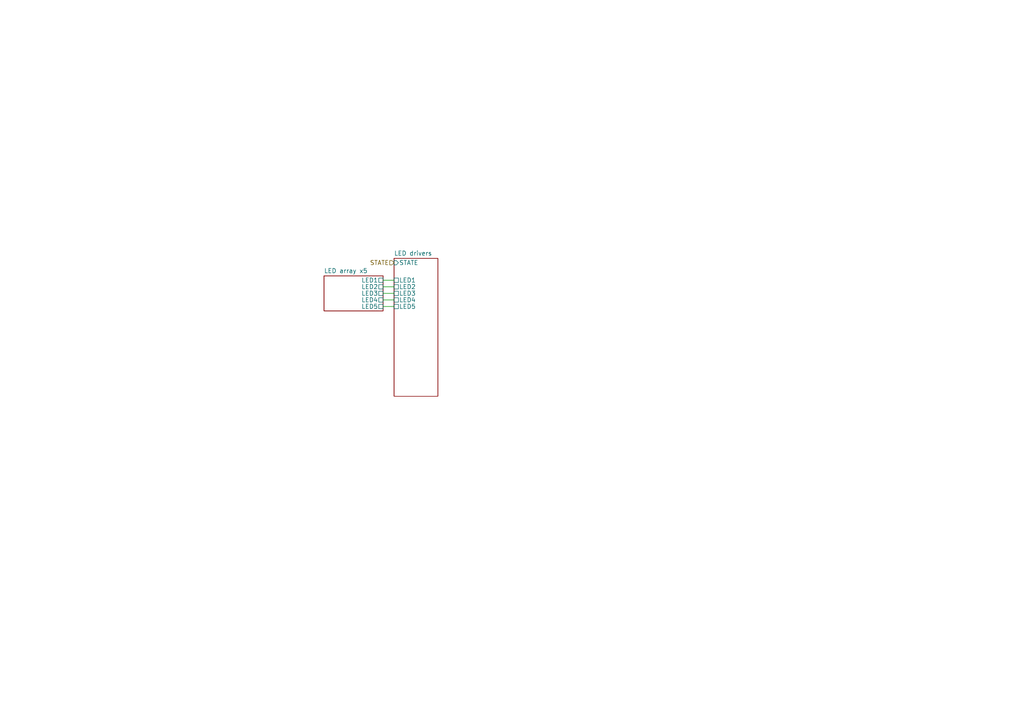
<source format=kicad_sch>
(kicad_sch (version 20211123) (generator eeschema)
  (paper "A4")
  (lib_symbols)
  (wire (pts (xy 111.125 83.185) (xy 114.3 83.185)))
  (wire (pts (xy 111.125 88.9) (xy 114.3 88.9)))
  (wire (pts (xy 111.125 85.09) (xy 114.3 85.09)))
  (wire (pts (xy 111.125 81.28) (xy 114.3 81.28)))
  (wire (pts (xy 111.125 86.995) (xy 114.3 86.995)))
  (hierarchical_label "STATE" (shape input) (at 114.3 76.2 180))
  (sheet (at 114.3 74.93) (size 12.7 40.005) (stroke (width 0.1524))
    (property "Sheet name" "LED drivers" (at 114.3 74.2184 0) (effects (justify left bottom)))
    (property "Sheet file" "led_drivers.kicad_sch" (effects hide))
    (pin "LED2" passive (at 114.3 83.185 180))
    (pin "LED1" passive (at 114.3 81.28 180))
    (pin "LED3" passive (at 114.3 85.09 180))
    (pin "STATE" input (at 114.3 76.2 180))
    (pin "LED4" passive (at 114.3 86.995 180))
    (pin "LED5" passive (at 114.3 88.9 180))
  )
  (sheet (at 93.98 80.01) (size 17.145 10.16) (stroke (width 0.1524))
    (property "Sheet name" "LED array x5" (at 93.98 79.2984 0) (effects (justify left bottom)))
    (property "Sheet file" "led_x5.kicad_sch" (effects hide))
    (pin "LED3" passive (at 111.125 85.09 0))
    (pin "LED4" passive (at 111.125 86.995 0))
    (pin "LED1" passive (at 111.125 81.28 0))
    (pin "LED2" passive (at 111.125 83.185 0))
    (pin "LED5" passive (at 111.125 88.9 0))
  )
)
</source>
